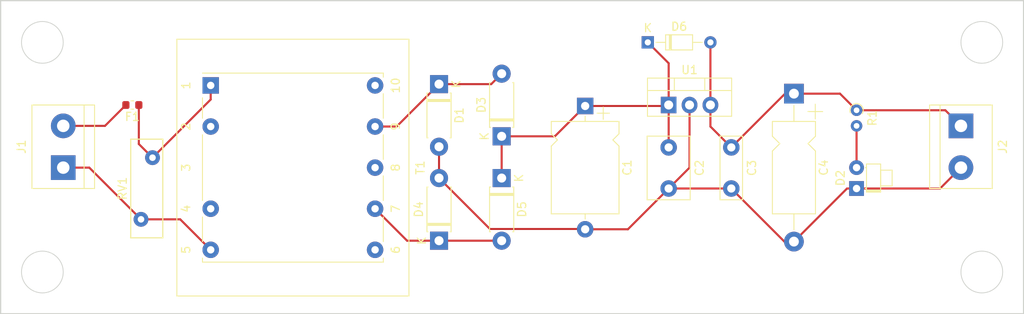
<source format=kicad_pcb>
(kicad_pcb (version 20221018) (generator pcbnew)
  (layers (0 "F.Cu" signal) (31 "B.Cu" signal) (34 "B.Paste" user) (35 "F.Paste" user) (36 "B.SilkS" user "B.Silkscreen") (37 "F.SilkS" user "F.Silkscreen") (38 "B.Mask" user) (39 "F.Mask" user) (44 "Edge.Cuts" user))
  (net 0 "")
  (net 1 "Net-(D1-K)")
  (net 2 "Net-(D3-K)")
  (net 3 "Net-(D4-K)")
  (net 4 "Net-(D6-A)")
  (net 5 "Net-(T1-AA)")
  (net 6 "Net-(D2-A)")
  (net 7 "Net-(J1-Pin_2)")
  (net 8 "Net-(J1-Pin_1)")
  (net 9 "Net-(D1-A)")
  (footprint "Varistor:RV_Disc_D12mm_W3.9mm_P7.5mm" (layer "F.Cu") (at 102.3 52.13 -90)
    (fp_text reference "RV1" (at 3.75 3.65 90) (layer "F.SilkS"))
    (fp_text value "Varistor")
    (fp_line (start -2.25 -1.25) (end -2.25 2.65) (stroke (width 0.15)) (layer "F.SilkS"))
    (fp_line (start -2.25 -1.25) (end 9.75 -1.25) (stroke (width 0.15)) (layer "F.SilkS"))
    (fp_line (start -2.25 2.65) (end 9.75 2.65) (stroke (width 0.15)) (layer "F.SilkS"))
    (fp_line (start 9.75 -1.25) (end 9.75 2.65) (stroke (width 0.15)) (layer "F.SilkS"))
    (pad "1" thru_hole circle (at 0 0 270) (size 1.8 1.8) (drill 0.8) (layers "*.Cu" "*.Mask") (net 5 "Net-(T1-AA)"))
    (pad "2" thru_hole circle (at 7.5 1.4 270) (size 1.8 1.8) (drill 0.8) (layers "*.Cu" "*.Mask") (net 8 "Net-(J1-Pin_1)"))
  )
  (footprint "LED_THT:LED_D1.8mm_W1.8mm_H2.4mm_Horizontal_O1.27mm_Z1.6mm" (layer "F.Cu") (at 187.96 55.88 90)
    (fp_text reference "D2" (at 1.27 -1.96 90) (layer "F.SilkS"))
    (fp_text value "LED")
    (fp_line (start -0.44 1.21) (end -0.44 2.93) (stroke (width 0.12)) (layer "F.SilkS"))
    (fp_line (start -0.44 2.93) (end 2.98 2.93) (stroke (width 0.12)) (layer "F.SilkS"))
    (fp_line (start -0.32 1.21) (end -0.32 2.93) (stroke (width 0.12)) (layer "F.SilkS"))
    (fp_line (start -0.2 1.21) (end -0.2 2.93) (stroke (width 0.12)) (layer "F.SilkS"))
    (fp_line (start 0 1.08) (end 0 1.08) (stroke (width 0.12)) (layer "F.SilkS"))
    (fp_line (start 0 1.08) (end 0 1.21) (stroke (width 0.12)) (layer "F.SilkS"))
    (fp_line (start 0 1.21) (end 0 1.08) (stroke (width 0.12)) (layer "F.SilkS"))
    (fp_line (start 0 1.21) (end 0 1.21) (stroke (width 0.12)) (layer "F.SilkS"))
    (fp_line (start 0.31 2.93) (end 0.31 4.33) (stroke (width 0.12)) (layer "F.SilkS"))
    (fp_line (start 0.31 4.33) (end 2.23 4.33) (stroke (width 0.12)) (layer "F.SilkS"))
    (fp_line (start 2.23 2.93) (end 0.31 2.93) (stroke (width 0.12)) (layer "F.SilkS"))
    (fp_line (start 2.23 4.33) (end 2.23 2.93) (stroke (width 0.12)) (layer "F.SilkS"))
    (fp_line (start 2.54 1.08) (end 2.54 1.08) (stroke (width 0.12)) (layer "F.SilkS"))
    (fp_line (start 2.54 1.08) (end 2.54 1.21) (stroke (width 0.12)) (layer "F.SilkS"))
    (fp_line (start 2.54 1.21) (end 2.54 1.08) (stroke (width 0.12)) (layer "F.SilkS"))
    (fp_line (start 2.54 1.21) (end 2.54 1.21) (stroke (width 0.12)) (layer "F.SilkS"))
    (fp_line (start 2.98 1.21) (end -0.44 1.21) (stroke (width 0.12)) (layer "F.SilkS"))
    (fp_line (start 2.98 2.93) (end 2.98 1.21) (stroke (width 0.12)) (layer "F.SilkS"))
    (pad "1" thru_hole rect (at 0 0 90) (size 1.8 1.8) (drill 0.9) (layers "*.Cu" "*.Mask") (net 9 "Net-(D1-A)"))
    (pad "2" thru_hole circle (at 2.54 0 90) (size 1.8 1.8) (drill 0.9) (layers "*.Cu" "*.Mask") (net 6 "Net-(D2-A)"))
  )
  (footprint "Transformer_THT:Transformer_Breve_TEZ-28x33" (layer "F.Cu") (at 109.38 43.34 -90)
    (fp_text reference "T1" (at 10 -25.5 90) (layer "F.SilkS"))
    (fp_text value "Transformer_1P_1S")
    (fp_text user "3" (at 10 3 90) (layer "F.SilkS"))
    (fp_text user "9" (at 5 -22.5 90) (layer "F.SilkS"))
    (fp_text user "4" (at 15 3 90) (layer "F.SilkS"))
    (fp_text user "7" (at 15 -22.5 90) (layer "F.SilkS"))
    (fp_text user "2" (at 5 3 90) (layer "F.SilkS"))
    (fp_text user "1" (at 0 3 90) (layer "F.SilkS"))
    (fp_text user "8" (at 10 -22.5 90) (layer "F.SilkS"))
    (fp_text user "6" (at 20 -22.5 90) (layer "F.SilkS"))
    (fp_text user "10" (at 0 -22.5 90) (layer "F.SilkS"))
    (fp_text user "5" (at 20 3 90) (layer "F.SilkS"))
    (fp_line (start -5.62 -24.12) (end -5.62 4.12) (stroke (width 0.12)) (layer "F.SilkS"))
    (fp_line (start -5.62 -24.12) (end 25.62 -24.12) (stroke (width 0.12)) (layer "F.SilkS"))
    (fp_line (start -1.5 -21) (end -1.5 1) (stroke (width 0.12)) (layer "F.SilkS"))
    (fp_line (start -1 -21) (end -1.5 -21) (stroke (width 0.12)) (layer "F.SilkS"))
    (fp_line (start 1.5 1) (end 4 1) (stroke (width 0.12)) (layer "F.SilkS"))
    (fp_line (start 4 -21) (end 1 -21) (stroke (width 0.12)) (layer "F.SilkS"))
    (fp_line (start 6 1) (end 14 1) (stroke (width 0.12)) (layer "F.SilkS"))
    (fp_line (start 9 -21) (end 6 -21) (stroke (width 0.12)) (layer "F.SilkS"))
    (fp_line (start 14 -21) (end 11 -21) (stroke (width 0.12)) (layer "F.SilkS"))
    (fp_line (start 16 1) (end 19 1) (stroke (width 0.12)) (layer "F.SilkS"))
    (fp_line (start 19 -21) (end 16 -21) (stroke (width 0.12)) (layer "F.SilkS"))
    (fp_line (start 21 1) (end 21.5 1) (stroke (width 0.12)) (layer "F.SilkS"))
    (fp_line (start 21.5 -21) (end 21 -21) (stroke (width 0.12)) (layer "F.SilkS"))
    (fp_line (start 21.5 1) (end 21.5 -21) (stroke (width 0.12)) (layer "F.SilkS"))
    (fp_line (start 25.62 4.12) (end -5.62 4.12) (stroke (width 0.12)) (layer "F.SilkS"))
    (fp_line (start 25.62 4.12) (end 25.62 -24.12) (stroke (width 0.12)) (layer "F.SilkS"))
    (pad "1" thru_hole rect (at 0 0 270) (size 2 2) (drill 0.9) (layers "*.Cu" "*.Mask") (net 5 "Net-(T1-AA)"))
    (pad "2" thru_hole circle (at 5 0 270) (size 2 2) (drill 0.9) (layers "*.Cu" "*.Mask"))
    (pad "4" thru_hole circle (at 15 0 270) (size 2 2) (drill 0.9) (layers "*.Cu" "*.Mask"))
    (pad "5" thru_hole circle (at 20 0 270) (size 2 2) (drill 0.9) (layers "*.Cu" "*.Mask") (net 8 "Net-(J1-Pin_1)"))
    (pad "6" thru_hole circle (at 20 -20 270) (size 2 2) (drill 0.9) (layers "*.Cu" "*.Mask"))
    (pad "7" thru_hole circle (at 15 -20 270) (size 2 2) (drill 0.9) (layers "*.Cu" "*.Mask") (net 3 "Net-(D4-K)"))
    (pad "8" thru_hole circle (at 10 -20 270) (size 2 2) (drill 0.9) (layers "*.Cu" "*.Mask"))
    (pad "9" thru_hole circle (at 5 -20 270) (size 2 2) (drill 0.9) (layers "*.Cu" "*.Mask") (net 1 "Net-(D1-K)"))
    (pad "10" thru_hole circle (at 0 -20 270) (size 2 2) (drill 0.9) (layers "*.Cu" "*.Mask"))
  )
  (footprint "Diode_THT:D_DO-41_SOD81_P7.62mm_Horizontal" (layer "F.Cu") (at 144.78 49.53 90)
    (fp_text reference "D3" (at 3.81 -2.47 90) (layer "F.SilkS"))
    (fp_text value "1N914")
    (fp_text user "K" (at 0 -2.1 90) (layer "F.SilkS"))
    (fp_line (start 1.09 -1.47) (end 6.53 -1.47) (stroke (width 0.12)) (layer "F.SilkS"))
    (fp_line (start 1.09 -1.34) (end 1.09 -1.47) (stroke (width 0.12)) (layer "F.SilkS"))
    (fp_line (start 1.09 1.34) (end 1.09 1.47) (stroke (width 0.12)) (layer "F.SilkS"))
    (fp_line (start 1.09 1.47) (end 6.53 1.47) (stroke (width 0.12)) (layer "F.SilkS"))
    (fp_line (start 1.87 -1.47) (end 1.87 1.47) (stroke (width 0.12)) (layer "F.SilkS"))
    (fp_line (start 1.99 -1.47) (end 1.99 1.47) (stroke (width 0.12)) (layer "F.SilkS"))
    (fp_line (start 2.11 -1.47) (end 2.11 1.47) (stroke (width 0.12)) (layer "F.SilkS"))
    (fp_line (start 6.53 -1.47) (end 6.53 -1.34) (stroke (width 0.12)) (layer "F.SilkS"))
    (fp_line (start 6.53 1.47) (end 6.53 1.34) (stroke (width 0.12)) (layer "F.SilkS"))
    (pad "1" thru_hole rect (at 0 0 90) (size 2.2 2.2) (drill 1.1) (layers "*.Cu" "*.Mask") (net 2 "Net-(D3-K)"))
    (pad "2" thru_hole oval (at 7.62 0 90) (size 2.2 2.2) (drill 1.1) (layers "*.Cu" "*.Mask") (net 1 "Net-(D1-K)"))
  )
  (footprint "Diode_THT:D_DO-34_SOD68_P7.62mm_Horizontal" (layer "F.Cu") (at 162.56 38.1)
    (fp_text reference "D6" (at 3.81 -1.92) (layer "F.SilkS"))
    (fp_text value "1N914")
    (fp_text user "K" (at 0 -1.75) (layer "F.SilkS"))
    (fp_line (start 0.99 0) (end 2.17 0) (stroke (width 0.12)) (layer "F.SilkS"))
    (fp_line (start 2.17 -0.92) (end 2.17 0.92) (stroke (width 0.12)) (layer "F.SilkS"))
    (fp_line (start 2.17 0.92) (end 5.45 0.92) (stroke (width 0.12)) (layer "F.SilkS"))
    (fp_line (start 2.626 -0.92) (end 2.626 0.92) (stroke (width 0.12)) (layer "F.SilkS"))
    (fp_line (start 2.746 -0.92) (end 2.746 0.92) (stroke (width 0.12)) (layer "F.SilkS"))
    (fp_line (start 2.866 -0.92) (end 2.866 0.92) (stroke (width 0.12)) (layer "F.SilkS"))
    (fp_line (start 5.45 -0.92) (end 2.17 -0.92) (stroke (width 0.12)) (layer "F.SilkS"))
    (fp_line (start 5.45 0.92) (end 5.45 -0.92) (stroke (width 0.12)) (layer "F.SilkS"))
    (fp_line (start 6.63 0) (end 5.45 0) (stroke (width 0.12)) (layer "F.SilkS"))
    (pad "1" thru_hole rect (at 0 0) (size 1.5 1.5) (drill 0.75) (layers "*.Cu" "*.Mask") (net 2 "Net-(D3-K)"))
    (pad "2" thru_hole oval (at 7.62 0) (size 1.5 1.5) (drill 0.75) (layers "*.Cu" "*.Mask") (net 4 "Net-(D6-A)"))
  )
  (footprint "TerminalBlock:TerminalBlock_bornier-2_P5.08mm" (layer "F.Cu") (at 91.44 53.34 90)
    (fp_text reference "J1" (at 2.54 -5.08 90) (layer "F.SilkS"))
    (fp_text value "Screw_Terminal_01x02")
    (fp_line (start -2.54 -3.81) (end -2.54 3.81) (stroke (width 0.12)) (layer "F.SilkS"))
    (fp_line (start -2.54 3.81) (end 7.62 3.81) (stroke (width 0.12)) (layer "F.SilkS"))
    (fp_line (start 7.62 -3.81) (end -2.54 -3.81) (stroke (width 0.12)) (layer "F.SilkS"))
    (fp_line (start 7.62 2.54) (end -2.54 2.54) (stroke (width 0.12)) (layer "F.SilkS"))
    (fp_line (start 7.62 3.81) (end 7.62 -3.81) (stroke (width 0.12)) (layer "F.SilkS"))
    (pad "1" thru_hole rect (at 0 0 90) (size 3 3) (drill 1.52) (layers "*.Cu" "*.Mask") (net 8 "Net-(J1-Pin_1)"))
    (pad "2" thru_hole circle (at 5.08 0 90) (size 3 3) (drill 1.52) (layers "*.Cu" "*.Mask") (net 7 "Net-(J1-Pin_2)"))
  )
  (footprint "Capacitor_THT:CP_Axial_L11.0mm_D8.0mm_P15.00mm_Horizontal" (layer "F.Cu") (at 154.94 45.84 -90)
    (fp_text reference "C1" (at 7.5 -5.12 90) (layer "F.SilkS"))
    (fp_text value "C_Polarized")
    (fp_line (start 0.13 -2.2) (end 1.63 -2.2) (stroke (width 0.12)) (layer "F.SilkS"))
    (fp_line (start 0.88 -2.95) (end 0.88 -1.45) (stroke (width 0.12)) (layer "F.SilkS"))
    (fp_line (start 1.24 0) (end 1.88 0) (stroke (width 0.12)) (layer "F.SilkS"))
    (fp_line (start 1.88 -4.12) (end 1.88 4.12) (stroke (width 0.12)) (layer "F.SilkS"))
    (fp_line (start 1.88 -4.12) (end 3.38 -4.12) (stroke (width 0.12)) (layer "F.SilkS"))
    (fp_line (start 1.88 4.12) (end 3.38 4.12) (stroke (width 0.12)) (layer "F.SilkS"))
    (fp_line (start 3.38 -4.12) (end 4.13 -3.37) (stroke (width 0.12)) (layer "F.SilkS"))
    (fp_line (start 3.38 4.12) (end 4.13 3.37) (stroke (width 0.12)) (layer "F.SilkS"))
    (fp_line (start 4.13 -3.37) (end 4.88 -4.12) (stroke (width 0.12)) (layer "F.SilkS"))
    (fp_line (start 4.13 3.37) (end 4.88 4.12) (stroke (width 0.12)) (layer "F.SilkS"))
    (fp_line (start 4.88 -4.12) (end 13.12 -4.12) (stroke (width 0.12)) (layer "F.SilkS"))
    (fp_line (start 4.88 4.12) (end 13.12 4.12) (stroke (width 0.12)) (layer "F.SilkS"))
    (fp_line (start 13.12 -4.12) (end 13.12 4.12) (stroke (width 0.12)) (layer "F.SilkS"))
    (fp_line (start 13.76 0) (end 13.12 0) (stroke (width 0.12)) (layer "F.SilkS"))
    (pad "1" thru_hole rect (at 0 0 270) (size 2 2) (drill 1) (layers "*.Cu" "*.Mask") (net 2 "Net-(D3-K)"))
    (pad "2" thru_hole oval (at 15 0 270) (size 2 2) (drill 1) (layers "*.Cu" "*.Mask") (net 9 "Net-(D1-A)"))
  )
  (footprint "Capacitor_THT:C_Disc_D7.5mm_W2.5mm_P5.00mm" (layer "F.Cu") (at 172.72 50.88 -90)
    (fp_text reference "C3" (at 2.5 -2.5 90) (layer "F.SilkS"))
    (fp_text value "C")
    (fp_line (start -1.37 -1.37) (end -1.37 1.37) (stroke (width 0.12)) (layer "F.SilkS"))
    (fp_line (start -1.37 -1.37) (end 6.37 -1.37) (stroke (width 0.12)) (layer "F.SilkS"))
    (fp_line (start -1.37 1.37) (end 6.37 1.37) (stroke (width 0.12)) (layer "F.SilkS"))
    (fp_line (start 6.37 -1.37) (end 6.37 1.37) (stroke (width 0.12)) (layer "F.SilkS"))
    (pad "1" thru_hole circle (at 0 0 270) (size 2 2) (drill 1) (layers "*.Cu" "*.Mask") (net 4 "Net-(D6-A)"))
    (pad "2" thru_hole circle (at 5 0 270) (size 2 2) (drill 1) (layers "*.Cu" "*.Mask") (net 9 "Net-(D1-A)"))
  )
  (footprint "Package_TO_SOT_THT:TO-220-3_Vertical" (layer "F.Cu") (at 165.1 45.72)
    (fp_text reference "U1" (at 2.54 -4.27) (layer "F.SilkS"))
    (fp_text value "LM7805_TO220")
    (fp_line (start -2.58 -3.27) (end -2.58 1.371) (stroke (width 0.12)) (layer "F.SilkS"))
    (fp_line (start -2.58 -3.27) (end 7.66 -3.27) (stroke (width 0.12)) (layer "F.SilkS"))
    (fp_line (start -2.58 -1.76) (end 7.66 -1.76) (stroke (width 0.12)) (layer "F.SilkS"))
    (fp_line (start -2.58 1.371) (end 7.66 1.371) (stroke (width 0.12)) (layer "F.SilkS"))
    (fp_line (start 0.69 -3.27) (end 0.69 -1.76) (stroke (width 0.12)) (layer "F.SilkS"))
    (fp_line (start 4.391 -3.27) (end 4.391 -1.76) (stroke (width 0.12)) (layer "F.SilkS"))
    (fp_line (start 7.66 -3.27) (end 7.66 1.371) (stroke (width 0.12)) (layer "F.SilkS"))
    (pad "1" thru_hole rect (at 0 0) (size 1.905 2) (drill 1.1) (layers "*.Cu" "*.Mask") (net 2 "Net-(D3-K)"))
    (pad "2" thru_hole oval (at 2.54 0) (size 1.905 2) (drill 1.1) (layers "*.Cu" "*.Mask") (net 9 "Net-(D1-A)"))
    (pad "3" thru_hole oval (at 5.08 0) (size 1.905 2) (drill 1.1) (layers "*.Cu" "*.Mask") (net 4 "Net-(D6-A)"))
  )
  (footprint "Diode_THT:D_DO-41_SOD81_P7.62mm_Horizontal" (layer "F.Cu") (at 144.78 54.61 -90)
    (fp_text reference "D5" (at 3.81 -2.47 90) (layer "F.SilkS"))
    (fp_text value "1N914")
    (fp_text user "K" (at 0 -2.1 90) (layer "F.SilkS"))
    (fp_line (start 1.09 -1.47) (end 6.53 -1.47) (stroke (width 0.12)) (layer "F.SilkS"))
    (fp_line (start 1.09 -1.34) (end 1.09 -1.47) (stroke (width 0.12)) (layer "F.SilkS"))
    (fp_line (start 1.09 1.34) (end 1.09 1.47) (stroke (width 0.12)) (layer "F.SilkS"))
    (fp_line (start 1.09 1.47) (end 6.53 1.47) (stroke (width 0.12)) (layer "F.SilkS"))
    (fp_line (start 1.87 -1.47) (end 1.87 1.47) (stroke (width 0.12)) (layer "F.SilkS"))
    (fp_line (start 1.99 -1.47) (end 1.99 1.47) (stroke (width 0.12)) (layer "F.SilkS"))
    (fp_line (start 2.11 -1.47) (end 2.11 1.47) (stroke (width 0.12)) (layer "F.SilkS"))
    (fp_line (start 6.53 -1.47) (end 6.53 -1.34) (stroke (width 0.12)) (layer "F.SilkS"))
    (fp_line (start 6.53 1.47) (end 6.53 1.34) (stroke (width 0.12)) (layer "F.SilkS"))
    (pad "1" thru_hole rect (at 0 0 270) (size 2.2 2.2) (drill 1.1) (layers "*.Cu" "*.Mask") (net 2 "Net-(D3-K)"))
    (pad "2" thru_hole oval (at 7.62 0 270) (size 2.2 2.2) (drill 1.1) (layers "*.Cu" "*.Mask") (net 3 "Net-(D4-K)"))
  )
  (footprint "Diode_THT:D_DO-41_SOD81_P7.62mm_Horizontal" (layer "F.Cu") (at 137.16 62.23 90)
    (fp_text reference "D4" (at 3.81 -2.47 90) (layer "F.SilkS"))
    (fp_text value "1N914")
    (fp_text user "K" (at 0 -2.1 90) (layer "F.SilkS"))
    (fp_line (start 1.09 -1.47) (end 6.53 -1.47) (stroke (width 0.12)) (layer "F.SilkS"))
    (fp_line (start 1.09 -1.34) (end 1.09 -1.47) (stroke (width 0.12)) (layer "F.SilkS"))
    (fp_line (start 1.09 1.34) (end 1.09 1.47) (stroke (width 0.12)) (layer "F.SilkS"))
    (fp_line (start 1.09 1.47) (end 6.53 1.47) (stroke (width 0.12)) (layer "F.SilkS"))
    (fp_line (start 1.87 -1.47) (end 1.87 1.47) (stroke (width 0.12)) (layer "F.SilkS"))
    (fp_line (start 1.99 -1.47) (end 1.99 1.47) (stroke (width 0.12)) (layer "F.SilkS"))
    (fp_line (start 2.11 -1.47) (end 2.11 1.47) (stroke (width 0.12)) (layer "F.SilkS"))
    (fp_line (start 6.53 -1.47) (end 6.53 -1.34) (stroke (width 0.12)) (layer "F.SilkS"))
    (fp_line (start 6.53 1.47) (end 6.53 1.34) (stroke (width 0.12)) (layer "F.SilkS"))
    (pad "1" thru_hole rect (at 0 0 90) (size 2.2 2.2) (drill 1.1) (layers "*.Cu" "*.Mask") (net 3 "Net-(D4-K)"))
    (pad "2" thru_hole oval (at 7.62 0 90) (size 2.2 2.2) (drill 1.1) (layers "*.Cu" "*.Mask") (net 9 "Net-(D1-A)"))
  )
  (footprint "TerminalBlock:TerminalBlock_bornier-2_P5.08mm" (layer "F.Cu") (at 200.66 48.26 -90)
    (fp_text reference "J2" (at 2.54 -5.08 90) (layer "F.SilkS"))
    (fp_text value "Screw_Terminal_01x02")
    (fp_line (start -2.54 -3.81) (end -2.54 3.81) (stroke (width 0.12)) (layer "F.SilkS"))
    (fp_line (start -2.54 3.81) (end 7.62 3.81) (stroke (width 0.12)) (layer "F.SilkS"))
    (fp_line (start 7.62 -3.81) (end -2.54 -3.81) (stroke (width 0.12)) (layer "F.SilkS"))
    (fp_line (start 7.62 2.54) (end -2.54 2.54) (stroke (width 0.12)) (layer "F.SilkS"))
    (fp_line (start 7.62 3.81) (end 7.62 -3.81) (stroke (width 0.12)) (layer "F.SilkS"))
    (pad "1" thru_hole rect (at 0 0 270) (size 3 3) (drill 1.52) (layers "*.Cu" "*.Mask") (net 4 "Net-(D6-A)"))
    (pad "2" thru_hole circle (at 5.08 0 270) (size 3 3) (drill 1.52) (layers "*.Cu" "*.Mask") (net 9 "Net-(D1-A)"))
  )
  (footprint "Diode_THT:D_DO-41_SOD81_P7.62mm_Horizontal" (layer "F.Cu") (at 137.16 43.18 -90)
    (fp_text reference "D1" (at 3.81 -2.47 90) (layer "F.SilkS"))
    (fp_text value "1N914")
    (fp_text user "K" (at 0 -2.1 90) (layer "F.SilkS"))
    (fp_line (start 1.09 -1.47) (end 6.53 -1.47) (stroke (width 0.12)) (layer "F.SilkS"))
    (fp_line (start 1.09 -1.34) (end 1.09 -1.47) (stroke (width 0.12)) (layer "F.SilkS"))
    (fp_line (start 1.09 1.34) (end 1.09 1.47) (stroke (width 0.12)) (layer "F.SilkS"))
    (fp_line (start 1.09 1.47) (end 6.53 1.47) (stroke (width 0.12)) (layer "F.SilkS"))
    (fp_line (start 1.87 -1.47) (end 1.87 1.47) (stroke (width 0.12)) (layer "F.SilkS"))
    (fp_line (start 1.99 -1.47) (end 1.99 1.47) (stroke (width 0.12)) (layer "F.SilkS"))
    (fp_line (start 2.11 -1.47) (end 2.11 1.47) (stroke (width 0.12)) (layer "F.SilkS"))
    (fp_line (start 6.53 -1.47) (end 6.53 -1.34) (stroke (width 0.12)) (layer "F.SilkS"))
    (fp_line (start 6.53 1.47) (end 6.53 1.34) (stroke (width 0.12)) (layer "F.SilkS"))
    (pad "1" thru_hole rect (at 0 0 270) (size 2.2 2.2) (drill 1.1) (layers "*.Cu" "*.Mask") (net 1 "Net-(D1-K)"))
    (pad "2" thru_hole oval (at 7.62 0 270) (size 2.2 2.2) (drill 1.1) (layers "*.Cu" "*.Mask") (net 9 "Net-(D1-A)"))
  )
  (footprint "Fuse:Fuse_0603_1608Metric" (layer "F.Cu") (at 99.8475 45.72 180)
    (fp_text reference "F1" (at 0 -1.43) (layer "F.SilkS"))
    (fp_text value "Fuse")
    (fp_line (start -0.162779 -0.51) (end 0.162779 -0.51) (stroke (width 0.12)) (layer "F.SilkS"))
    (fp_line (start -0.162779 0.51) (end 0.162779 0.51) (stroke (width 0.12)) (layer "F.SilkS"))
    (pad "1" smd roundrect (at -0.7875 0 180) (size 0.875 0.95) (layers "F.Cu" "F.Paste" "F.Mask") (net 5 "Net-(T1-AA)"))
    (pad "2" smd roundrect (at 0.7875 0 180) (size 0.875 0.95) (layers "F.Cu" "F.Paste" "F.Mask") (net 7 "Net-(J1-Pin_2)"))
  )
  (footprint "Resistor_THT:R_Axial_DIN0204_L3.6mm_D1.6mm_P1.90mm_Vertical" (layer "F.Cu") (at 187.96 46.36 -90)
    (fp_text reference "R1" (at 0.95 -1.92 90) (layer "F.SilkS"))
    (fp_text value "R")
    (fp_arc (start 0.320095 0.749359) (mid -0.813042 -0.054435) (end 0.417133 -0.7) (stroke (width 0.12)) (layer "F.SilkS"))
    (pad "1" thru_hole circle (at 0 0 270) (size 1.4 1.4) (drill 0.7) (layers "*.Cu" "*.Mask") (net 4 "Net-(D6-A)"))
    (pad "2" thru_hole oval (at 1.9 0 270) (size 1.4 1.4) (drill 0.7) (layers "*.Cu" "*.Mask") (net 6 "Net-(D2-A)"))
  )
  (footprint "Capacitor_THT:CP_Axial_L11.0mm_D5.0mm_P18.00mm_Horizontal" (layer "F.Cu") (at 180.34 44.34 -90)
    (fp_text reference "C4" (at 9 -3.62 90) (layer "F.SilkS"))
    (fp_text value "C_Polarized")
    (fp_line (start 1.28 -2.6) (end 3.08 -2.6) (stroke (width 0.12)) (layer "F.SilkS"))
    (fp_line (start 1.44 0) (end 3.38 0) (stroke (width 0.12)) (layer "F.SilkS"))
    (fp_line (start 2.18 -3.5) (end 2.18 -1.7) (stroke (width 0.12)) (layer "F.SilkS"))
    (fp_line (start 3.38 -2.62) (end 3.38 2.62) (stroke (width 0.12)) (layer "F.SilkS"))
    (fp_line (start 3.38 -2.62) (end 5.18 -2.62) (stroke (width 0.12)) (layer "F.SilkS"))
    (fp_line (start 3.38 2.62) (end 5.18 2.62) (stroke (width 0.12)) (layer "F.SilkS"))
    (fp_line (start 5.18 -2.62) (end 6.08 -1.72) (stroke (width 0.12)) (layer "F.SilkS"))
    (fp_line (start 5.18 2.62) (end 6.08 1.72) (stroke (width 0.12)) (layer "F.SilkS"))
    (fp_line (start 6.08 -1.72) (end 6.98 -2.62) (stroke (width 0.12)) (layer "F.SilkS"))
    (fp_line (start 6.08 1.72) (end 6.98 2.62) (stroke (width 0.12)) (layer "F.SilkS"))
    (fp_line (start 6.98 -2.62) (end 14.62 -2.62) (stroke (width 0.12)) (layer "F.SilkS"))
    (fp_line (start 6.98 2.62) (end 14.62 2.62) (stroke (width 0.12)) (layer "F.SilkS"))
    (fp_line (start 14.62 -2.62) (end 14.62 2.62) (stroke (width 0.12)) (layer "F.SilkS"))
    (fp_line (start 16.56 0) (end 14.62 0) (stroke (width 0.12)) (layer "F.SilkS"))
    (pad "1" thru_hole rect (at 0 0 270) (size 2.4 2.4) (drill 1.2) (layers "*.Cu" "*.Mask") (net 4 "Net-(D6-A)"))
    (pad "2" thru_hole oval (at 18 0 270) (size 2.4 2.4) (drill 1.2) (layers "*.Cu" "*.Mask") (net 9 "Net-(D1-A)"))
  )
  (footprint "Capacitor_THT:C_Disc_D7.5mm_W5.0mm_P5.00mm" (layer "F.Cu") (at 165.1 50.88 -90)
    (fp_text reference "C2" (at 2.5 -3.75 90) (layer "F.SilkS"))
    (fp_text value "C")
    (fp_line (start -1.37 -2.62) (end -1.37 2.62) (stroke (width 0.12)) (layer "F.SilkS"))
    (fp_line (start -1.37 -2.62) (end 6.37 -2.62) (stroke (width 0.12)) (layer "F.SilkS"))
    (fp_line (start -1.37 2.62) (end 6.37 2.62) (stroke (width 0.12)) (layer "F.SilkS"))
    (fp_line (start 6.37 -2.62) (end 6.37 2.62) (stroke (width 0.12)) (layer "F.SilkS"))
    (pad "1" thru_hole circle (at 0 0 270) (size 2 2) (drill 1) (layers "*.Cu" "*.Mask") (net 2 "Net-(D3-K)"))
    (pad "2" thru_hole circle (at 5 0 270) (size 2 2) (drill 1) (layers "*.Cu" "*.Mask") (net 9 "Net-(D1-A)"))
  )
  (gr_circle (center 88.9 66.04) (end 86.36 66.04) (stroke (width 0.1)) (fill none) (layer "Edge.Cuts"))
  (gr_circle (center 88.9 38.1) (end 91.44 38.1) (stroke (width 0.1)) (fill none) (layer "Edge.Cuts"))
  (gr_circle (center 203.2 66.04) (end 200.66 66.04) (stroke (width 0.1)) (fill none) (layer "Edge.Cuts"))
  (gr_rect (start 83.82 33.02) (end 208.28 71.12) (stroke (width 0.15)) (fill none) (layer "Edge.Cuts"))
  (gr_circle (center 203.2 38.1) (end 205.74 38.1) (stroke (width 0.1)) (fill none) (layer "Edge.Cuts"))
  (segment (start 137.16 43.18) (end 143.51 43.18) (width 0.25) (layer "F.Cu") (net 1))
  (segment (start 129.38 48.34) (end 132 48.34) (width 0.25) (layer "F.Cu") (net 1))
  (segment (start 143.51 43.18) (end 144.78 41.91) (width 0.25) (layer "F.Cu") (net 1))
  (segment (start 132 48.34) (end 137.16 43.18) (width 0.25) (layer "F.Cu") (net 1))
  (segment (start 164.98 45.84) (end 165.1 45.72) (width 0.25) (layer "F.Cu") (net 2))
  (segment (start 151.25 49.53) (end 154.94 45.84) (width 0.25) (layer "F.Cu") (net 2))
  (segment (start 165.1 40.64) (end 162.56 38.1) (width 0.25) (layer "F.Cu") (net 2))
  (segment (start 165.1 45.72) (end 165.1 50.88) (width 0.25) (layer "F.Cu") (net 2))
  (segment (start 165.1 45.72) (end 165.1 40.64) (width 0.25) (layer "F.Cu") (net 2))
  (segment (start 144.78 54.61) (end 144.78 49.53) (width 0.25) (layer "F.Cu") (net 2))
  (segment (start 144.78 49.53) (end 151.25 49.53) (width 0.25) (layer "F.Cu") (net 2))
  (segment (start 154.94 45.84) (end 164.98 45.84) (width 0.25) (layer "F.Cu") (net 2))
  (segment (start 133.27 62.23) (end 137.16 62.23) (width 0.25) (layer "F.Cu") (net 3))
  (segment (start 137.16 62.23) (end 144.78 62.23) (width 0.25) (layer "F.Cu") (net 3))
  (segment (start 129.38 58.34) (end 133.27 62.23) (width 0.25) (layer "F.Cu") (net 3))
  (segment (start 198.76 46.36) (end 200.66 48.26) (width 0.25) (layer "F.Cu") (net 4))
  (segment (start 172.72 50.88) (end 179.26 44.34) (width 0.25) (layer "F.Cu") (net 4))
  (segment (start 170.18 45.72) (end 170.18 48.34) (width 0.25) (layer "F.Cu") (net 4))
  (segment (start 170.18 48.34) (end 172.72 50.88) (width 0.25) (layer "F.Cu") (net 4))
  (segment (start 170.18 45.72) (end 170.18 38.1) (width 0.25) (layer "F.Cu") (net 4))
  (segment (start 187.96 46.36) (end 198.76 46.36) (width 0.25) (layer "F.Cu") (net 4))
  (segment (start 185.94 44.34) (end 180.34 44.34) (width 0.25) (layer "F.Cu") (net 4))
  (segment (start 187.96 46.36) (end 185.94 44.34) (width 0.25) (layer "F.Cu") (net 4))
  (segment (start 179.26 44.34) (end 180.34 44.34) (width 0.25) (layer "F.Cu") (net 4))
  (segment (start 102.3 52.13) (end 109.38 45.05) (width 0.25) (layer "F.Cu") (net 5))
  (segment (start 100.635 45.72) (end 100.635 50.465) (width 0.25) (layer "F.Cu") (net 5))
  (segment (start 109.38 45.05) (end 109.38 43.34) (width 0.25) (layer "F.Cu") (net 5))
  (segment (start 100.635 50.465) (end 102.3 52.13) (width 0.25) (layer "F.Cu") (net 5))
  (segment (start 187.96 53.34) (end 187.96 48.26) (width 0.25) (layer "F.Cu") (net 6))
  (segment (start 91.44 48.26) (end 96.52 48.26) (width 0.25) (layer "F.Cu") (net 7))
  (segment (start 96.52 48.26) (end 99.06 45.72) (width 0.25) (layer "F.Cu") (net 7))
  (segment (start 105.67 59.63) (end 109.38 63.34) (width 0.25) (layer "F.Cu") (net 8))
  (segment (start 91.44 53.34) (end 94.61 53.34) (width 0.25) (layer "F.Cu") (net 8))
  (segment (start 100.9 59.63) (end 105.67 59.63) (width 0.25) (layer "F.Cu") (net 8))
  (segment (start 94.61 53.34) (end 100.9 59.63) (width 0.25) (layer "F.Cu") (net 8))
  (segment (start 186.8 55.88) (end 187.96 55.88) (width 0.25) (layer "F.Cu") (net 9))
  (segment (start 154.905 60.805) (end 154.94 60.84) (width 0.25) (layer "F.Cu") (net 9))
  (segment (start 179.18 62.34) (end 180.34 62.34) (width 0.25) (layer "F.Cu") (net 9))
  (segment (start 137.16 50.8) (end 137.16 54.61) (width 0.25) (layer "F.Cu") (net 9))
  (segment (start 160.14 60.84) (end 165.1 55.88) (width 0.25) (layer "F.Cu") (net 9))
  (segment (start 154.94 60.84) (end 160.14 60.84) (width 0.25) (layer "F.Cu") (net 9))
  (segment (start 198.12 55.88) (end 200.66 53.34) (width 0.25) (layer "F.Cu") (net 9))
  (segment (start 167.64 45.72) (end 167.64 53.34) (width 0.25) (layer "F.Cu") (net 9))
  (segment (start 137.16 54.61) (end 143.355 60.805) (width 0.25) (layer "F.Cu") (net 9))
  (segment (start 187.96 55.88) (end 198.12 55.88) (width 0.25) (layer "F.Cu") (net 9))
  (segment (start 165.1 55.88) (end 172.72 55.88) (width 0.25) (layer "F.Cu") (net 9))
  (segment (start 167.64 53.34) (end 165.1 55.88) (width 0.25) (layer "F.Cu") (net 9))
  (segment (start 180.34 62.34) (end 186.8 55.88) (width 0.25) (layer "F.Cu") (net 9))
  (segment (start 143.355 60.805) (end 154.905 60.805) (width 0.25) (layer "F.Cu") (net 9))
  (segment (start 172.72 55.88) (end 179.18 62.34) (width 0.25) (layer "F.Cu") (net 9))
)
</source>
